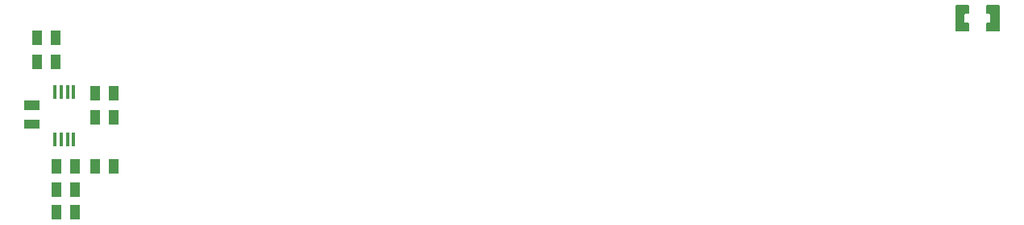
<source format=gbp>
G04 Layer: BottomPasteMaskLayer*
G04 EasyEDA v6.4.19.5, 2021-06-29T13:46:12+12:00*
G04 3cc3b40c68de4bce97ec9925422c83c7,12af84a47dbc45c89479b689871b34a7,10*
G04 Gerber Generator version 0.2*
G04 Scale: 100 percent, Rotated: No, Reflected: No *
G04 Dimensions in millimeters *
G04 leading zeros omitted , absolute positions ,4 integer and 5 decimal *
%FSLAX45Y45*%
%MOMM*%

%ADD10C,0.0001*%

%LPD*%
G36*
X13760957Y-89560D02*
G01*
X13750950Y-99568D01*
X13750950Y-171297D01*
X13760957Y-181305D01*
X13791438Y-181305D01*
X13801445Y-191312D01*
X13801445Y-265887D01*
X13791438Y-275894D01*
X13760957Y-275894D01*
X13750950Y-285902D01*
X13750950Y-357632D01*
X13760957Y-367639D01*
X13889431Y-367639D01*
X13899438Y-357632D01*
X13899438Y-99568D01*
X13889431Y-89560D01*
G37*
G36*
X13440968Y-89560D02*
G01*
X13430961Y-99568D01*
X13430961Y-357632D01*
X13440968Y-367639D01*
X13569442Y-367639D01*
X13579449Y-357632D01*
X13579449Y-285902D01*
X13569442Y-275894D01*
X13538962Y-275894D01*
X13528954Y-265887D01*
X13528954Y-191312D01*
X13538962Y-181305D01*
X13569442Y-181305D01*
X13579449Y-171297D01*
X13579449Y-99568D01*
X13569442Y-89560D01*
G37*
G36*
X3811300Y-1394599D02*
G01*
X3811300Y-1294599D01*
X3656299Y-1294599D01*
X3656299Y-1394599D01*
G37*
G36*
X3811300Y-1194600D02*
G01*
X3811300Y-1094600D01*
X3656299Y-1094600D01*
X3656299Y-1194600D01*
G37*
G36*
X4239399Y-2195799D02*
G01*
X4139399Y-2195799D01*
X4139399Y-2350800D01*
X4239399Y-2350800D01*
G37*
G36*
X4039400Y-2195799D02*
G01*
X3939400Y-2195799D01*
X3939400Y-2350800D01*
X4039400Y-2350800D01*
G37*
G36*
X3939400Y-1868200D02*
G01*
X4039400Y-1868200D01*
X4039400Y-1713199D01*
X3939400Y-1713199D01*
G37*
G36*
X4139399Y-1868200D02*
G01*
X4239399Y-1868200D01*
X4239399Y-1713199D01*
X4139399Y-1713199D01*
G37*
G36*
X3736200Y-509300D02*
G01*
X3836200Y-509300D01*
X3836200Y-354299D01*
X3736200Y-354299D01*
G37*
G36*
X3936199Y-509300D02*
G01*
X4036199Y-509300D01*
X4036199Y-354299D01*
X3936199Y-354299D01*
G37*
G36*
X3836200Y-608299D02*
G01*
X3736200Y-608299D01*
X3736200Y-763300D01*
X3836200Y-763300D01*
G37*
G36*
X4036199Y-608299D02*
G01*
X3936199Y-608299D01*
X3936199Y-763300D01*
X4036199Y-763300D01*
G37*
G36*
X4545799Y-1347500D02*
G01*
X4645799Y-1347500D01*
X4645799Y-1192499D01*
X4545799Y-1192499D01*
G37*
G36*
X4345800Y-1347500D02*
G01*
X4445800Y-1347500D01*
X4445800Y-1192499D01*
X4345800Y-1192499D01*
G37*
G36*
X4445800Y-938499D02*
G01*
X4345800Y-938499D01*
X4345800Y-1093500D01*
X4445800Y-1093500D01*
G37*
G36*
X4645799Y-938499D02*
G01*
X4545799Y-938499D01*
X4545799Y-1093500D01*
X4645799Y-1093500D01*
G37*
G36*
X4445800Y-1713199D02*
G01*
X4345800Y-1713199D01*
X4345800Y-1868200D01*
X4445800Y-1868200D01*
G37*
G36*
X4645799Y-1713199D02*
G01*
X4545799Y-1713199D01*
X4545799Y-1868200D01*
X4645799Y-1868200D01*
G37*
G36*
X4039400Y-1954499D02*
G01*
X3939400Y-1954499D01*
X3939400Y-2109500D01*
X4039400Y-2109500D01*
G37*
G36*
X4239399Y-1954499D02*
G01*
X4139399Y-1954499D01*
X4139399Y-2109500D01*
X4239399Y-2109500D01*
G37*
G36*
X3961698Y-937120D02*
G01*
X3961698Y-1077120D01*
X3996700Y-1077120D01*
X3996700Y-937120D01*
G37*
G36*
X4026700Y-937120D02*
G01*
X4026700Y-1077120D01*
X4061698Y-1077120D01*
X4061698Y-937120D01*
G37*
G36*
X4091698Y-937120D02*
G01*
X4091698Y-1077120D01*
X4126699Y-1077120D01*
X4126699Y-937120D01*
G37*
G36*
X4156699Y-937120D02*
G01*
X4156699Y-1077120D01*
X4191701Y-1077120D01*
X4191701Y-937120D01*
G37*
G36*
X4156699Y-1437500D02*
G01*
X4156699Y-1577500D01*
X4191701Y-1577500D01*
X4191701Y-1437500D01*
G37*
G36*
X4091698Y-1437500D02*
G01*
X4091698Y-1577500D01*
X4126699Y-1577500D01*
X4126699Y-1437500D01*
G37*
G36*
X4026700Y-1437500D02*
G01*
X4026700Y-1577500D01*
X4061701Y-1577500D01*
X4061701Y-1437500D01*
G37*
G36*
X3961698Y-1437500D02*
G01*
X3961698Y-1577500D01*
X3996700Y-1577500D01*
X3996700Y-1437500D01*
G37*
M02*

</source>
